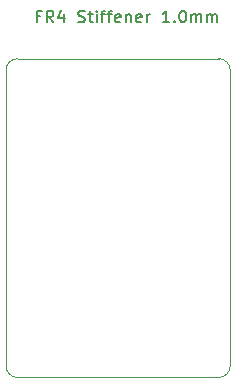
<source format=gbr>
%TF.GenerationSoftware,KiCad,Pcbnew,8.0.4*%
%TF.CreationDate,2024-07-27T12:21:03+02:00*%
%TF.ProjectId,PA3194G822_R04,50413331-3934-4473-9832-325f5230342e,4*%
%TF.SameCoordinates,Original*%
%TF.FileFunction,Other,User*%
%FSLAX46Y46*%
G04 Gerber Fmt 4.6, Leading zero omitted, Abs format (unit mm)*
G04 Created by KiCad (PCBNEW 8.0.4) date 2024-07-27 12:21:03*
%MOMM*%
%LPD*%
G01*
G04 APERTURE LIST*
%ADD10C,0.050000*%
%ADD11C,0.200000*%
G04 APERTURE END LIST*
D10*
X104997107Y-86497107D02*
X121997107Y-86497107D01*
X103997107Y-87497107D02*
G75*
G02*
X104997107Y-86497107I1000000J0D01*
G01*
X103997107Y-87497107D02*
X103997107Y-112497107D01*
X104997107Y-113497107D02*
G75*
G02*
X103997107Y-112497107I0J1000000D01*
G01*
X122997107Y-87497107D02*
X122997107Y-112497107D01*
X104997107Y-113497107D02*
X121997107Y-113497107D01*
X121997107Y-86497107D02*
G75*
G02*
X122997107Y-87497107I0J-1000000D01*
G01*
X122997107Y-112497107D02*
G75*
G02*
X121997107Y-113497107I-1000000J0D01*
G01*
D11*
X106923006Y-82903409D02*
X106589673Y-82903409D01*
X106589673Y-83427219D02*
X106589673Y-82427219D01*
X106589673Y-82427219D02*
X107065863Y-82427219D01*
X108018244Y-83427219D02*
X107684911Y-82951028D01*
X107446816Y-83427219D02*
X107446816Y-82427219D01*
X107446816Y-82427219D02*
X107827768Y-82427219D01*
X107827768Y-82427219D02*
X107923006Y-82474838D01*
X107923006Y-82474838D02*
X107970625Y-82522457D01*
X107970625Y-82522457D02*
X108018244Y-82617695D01*
X108018244Y-82617695D02*
X108018244Y-82760552D01*
X108018244Y-82760552D02*
X107970625Y-82855790D01*
X107970625Y-82855790D02*
X107923006Y-82903409D01*
X107923006Y-82903409D02*
X107827768Y-82951028D01*
X107827768Y-82951028D02*
X107446816Y-82951028D01*
X108875387Y-82760552D02*
X108875387Y-83427219D01*
X108637292Y-82379600D02*
X108399197Y-83093885D01*
X108399197Y-83093885D02*
X109018244Y-83093885D01*
X110113483Y-83379600D02*
X110256340Y-83427219D01*
X110256340Y-83427219D02*
X110494435Y-83427219D01*
X110494435Y-83427219D02*
X110589673Y-83379600D01*
X110589673Y-83379600D02*
X110637292Y-83331980D01*
X110637292Y-83331980D02*
X110684911Y-83236742D01*
X110684911Y-83236742D02*
X110684911Y-83141504D01*
X110684911Y-83141504D02*
X110637292Y-83046266D01*
X110637292Y-83046266D02*
X110589673Y-82998647D01*
X110589673Y-82998647D02*
X110494435Y-82951028D01*
X110494435Y-82951028D02*
X110303959Y-82903409D01*
X110303959Y-82903409D02*
X110208721Y-82855790D01*
X110208721Y-82855790D02*
X110161102Y-82808171D01*
X110161102Y-82808171D02*
X110113483Y-82712933D01*
X110113483Y-82712933D02*
X110113483Y-82617695D01*
X110113483Y-82617695D02*
X110161102Y-82522457D01*
X110161102Y-82522457D02*
X110208721Y-82474838D01*
X110208721Y-82474838D02*
X110303959Y-82427219D01*
X110303959Y-82427219D02*
X110542054Y-82427219D01*
X110542054Y-82427219D02*
X110684911Y-82474838D01*
X110970626Y-82760552D02*
X111351578Y-82760552D01*
X111113483Y-82427219D02*
X111113483Y-83284361D01*
X111113483Y-83284361D02*
X111161102Y-83379600D01*
X111161102Y-83379600D02*
X111256340Y-83427219D01*
X111256340Y-83427219D02*
X111351578Y-83427219D01*
X111684912Y-83427219D02*
X111684912Y-82760552D01*
X111684912Y-82427219D02*
X111637293Y-82474838D01*
X111637293Y-82474838D02*
X111684912Y-82522457D01*
X111684912Y-82522457D02*
X111732531Y-82474838D01*
X111732531Y-82474838D02*
X111684912Y-82427219D01*
X111684912Y-82427219D02*
X111684912Y-82522457D01*
X112018245Y-82760552D02*
X112399197Y-82760552D01*
X112161102Y-83427219D02*
X112161102Y-82570076D01*
X112161102Y-82570076D02*
X112208721Y-82474838D01*
X112208721Y-82474838D02*
X112303959Y-82427219D01*
X112303959Y-82427219D02*
X112399197Y-82427219D01*
X112589674Y-82760552D02*
X112970626Y-82760552D01*
X112732531Y-83427219D02*
X112732531Y-82570076D01*
X112732531Y-82570076D02*
X112780150Y-82474838D01*
X112780150Y-82474838D02*
X112875388Y-82427219D01*
X112875388Y-82427219D02*
X112970626Y-82427219D01*
X113684912Y-83379600D02*
X113589674Y-83427219D01*
X113589674Y-83427219D02*
X113399198Y-83427219D01*
X113399198Y-83427219D02*
X113303960Y-83379600D01*
X113303960Y-83379600D02*
X113256341Y-83284361D01*
X113256341Y-83284361D02*
X113256341Y-82903409D01*
X113256341Y-82903409D02*
X113303960Y-82808171D01*
X113303960Y-82808171D02*
X113399198Y-82760552D01*
X113399198Y-82760552D02*
X113589674Y-82760552D01*
X113589674Y-82760552D02*
X113684912Y-82808171D01*
X113684912Y-82808171D02*
X113732531Y-82903409D01*
X113732531Y-82903409D02*
X113732531Y-82998647D01*
X113732531Y-82998647D02*
X113256341Y-83093885D01*
X114161103Y-82760552D02*
X114161103Y-83427219D01*
X114161103Y-82855790D02*
X114208722Y-82808171D01*
X114208722Y-82808171D02*
X114303960Y-82760552D01*
X114303960Y-82760552D02*
X114446817Y-82760552D01*
X114446817Y-82760552D02*
X114542055Y-82808171D01*
X114542055Y-82808171D02*
X114589674Y-82903409D01*
X114589674Y-82903409D02*
X114589674Y-83427219D01*
X115446817Y-83379600D02*
X115351579Y-83427219D01*
X115351579Y-83427219D02*
X115161103Y-83427219D01*
X115161103Y-83427219D02*
X115065865Y-83379600D01*
X115065865Y-83379600D02*
X115018246Y-83284361D01*
X115018246Y-83284361D02*
X115018246Y-82903409D01*
X115018246Y-82903409D02*
X115065865Y-82808171D01*
X115065865Y-82808171D02*
X115161103Y-82760552D01*
X115161103Y-82760552D02*
X115351579Y-82760552D01*
X115351579Y-82760552D02*
X115446817Y-82808171D01*
X115446817Y-82808171D02*
X115494436Y-82903409D01*
X115494436Y-82903409D02*
X115494436Y-82998647D01*
X115494436Y-82998647D02*
X115018246Y-83093885D01*
X115923008Y-83427219D02*
X115923008Y-82760552D01*
X115923008Y-82951028D02*
X115970627Y-82855790D01*
X115970627Y-82855790D02*
X116018246Y-82808171D01*
X116018246Y-82808171D02*
X116113484Y-82760552D01*
X116113484Y-82760552D02*
X116208722Y-82760552D01*
X117827770Y-83427219D02*
X117256342Y-83427219D01*
X117542056Y-83427219D02*
X117542056Y-82427219D01*
X117542056Y-82427219D02*
X117446818Y-82570076D01*
X117446818Y-82570076D02*
X117351580Y-82665314D01*
X117351580Y-82665314D02*
X117256342Y-82712933D01*
X118256342Y-83331980D02*
X118303961Y-83379600D01*
X118303961Y-83379600D02*
X118256342Y-83427219D01*
X118256342Y-83427219D02*
X118208723Y-83379600D01*
X118208723Y-83379600D02*
X118256342Y-83331980D01*
X118256342Y-83331980D02*
X118256342Y-83427219D01*
X118923008Y-82427219D02*
X119018246Y-82427219D01*
X119018246Y-82427219D02*
X119113484Y-82474838D01*
X119113484Y-82474838D02*
X119161103Y-82522457D01*
X119161103Y-82522457D02*
X119208722Y-82617695D01*
X119208722Y-82617695D02*
X119256341Y-82808171D01*
X119256341Y-82808171D02*
X119256341Y-83046266D01*
X119256341Y-83046266D02*
X119208722Y-83236742D01*
X119208722Y-83236742D02*
X119161103Y-83331980D01*
X119161103Y-83331980D02*
X119113484Y-83379600D01*
X119113484Y-83379600D02*
X119018246Y-83427219D01*
X119018246Y-83427219D02*
X118923008Y-83427219D01*
X118923008Y-83427219D02*
X118827770Y-83379600D01*
X118827770Y-83379600D02*
X118780151Y-83331980D01*
X118780151Y-83331980D02*
X118732532Y-83236742D01*
X118732532Y-83236742D02*
X118684913Y-83046266D01*
X118684913Y-83046266D02*
X118684913Y-82808171D01*
X118684913Y-82808171D02*
X118732532Y-82617695D01*
X118732532Y-82617695D02*
X118780151Y-82522457D01*
X118780151Y-82522457D02*
X118827770Y-82474838D01*
X118827770Y-82474838D02*
X118923008Y-82427219D01*
X119684913Y-83427219D02*
X119684913Y-82760552D01*
X119684913Y-82855790D02*
X119732532Y-82808171D01*
X119732532Y-82808171D02*
X119827770Y-82760552D01*
X119827770Y-82760552D02*
X119970627Y-82760552D01*
X119970627Y-82760552D02*
X120065865Y-82808171D01*
X120065865Y-82808171D02*
X120113484Y-82903409D01*
X120113484Y-82903409D02*
X120113484Y-83427219D01*
X120113484Y-82903409D02*
X120161103Y-82808171D01*
X120161103Y-82808171D02*
X120256341Y-82760552D01*
X120256341Y-82760552D02*
X120399198Y-82760552D01*
X120399198Y-82760552D02*
X120494437Y-82808171D01*
X120494437Y-82808171D02*
X120542056Y-82903409D01*
X120542056Y-82903409D02*
X120542056Y-83427219D01*
X121018246Y-83427219D02*
X121018246Y-82760552D01*
X121018246Y-82855790D02*
X121065865Y-82808171D01*
X121065865Y-82808171D02*
X121161103Y-82760552D01*
X121161103Y-82760552D02*
X121303960Y-82760552D01*
X121303960Y-82760552D02*
X121399198Y-82808171D01*
X121399198Y-82808171D02*
X121446817Y-82903409D01*
X121446817Y-82903409D02*
X121446817Y-83427219D01*
X121446817Y-82903409D02*
X121494436Y-82808171D01*
X121494436Y-82808171D02*
X121589674Y-82760552D01*
X121589674Y-82760552D02*
X121732531Y-82760552D01*
X121732531Y-82760552D02*
X121827770Y-82808171D01*
X121827770Y-82808171D02*
X121875389Y-82903409D01*
X121875389Y-82903409D02*
X121875389Y-83427219D01*
M02*

</source>
